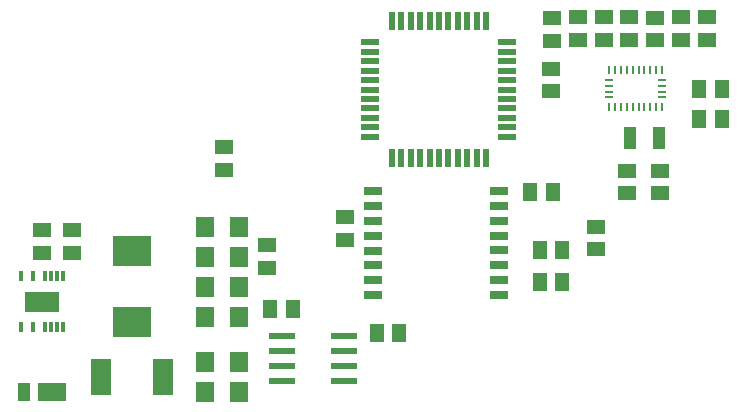
<source format=gbr>
G04 EAGLE Gerber RS-274X export*
G75*
%MOMM*%
%FSLAX34Y34*%
%LPD*%
%INSolderpaste Top*%
%IPPOS*%
%AMOC8*
5,1,8,0,0,1.08239X$1,22.5*%
G01*
%ADD10R,1.600000X1.800000*%
%ADD11R,1.500000X1.200000*%
%ADD12R,1.050000X1.500000*%
%ADD13R,2.400000X1.500000*%
%ADD14R,1.800000X3.150000*%
%ADD15R,1.500000X0.500000*%
%ADD16R,0.500000X1.500000*%
%ADD17R,3.250000X2.500000*%
%ADD18R,0.250000X0.700000*%
%ADD19R,0.700000X0.250000*%
%ADD20R,2.900000X1.700000*%
%ADD21R,0.300000X0.900000*%
%ADD22R,1.500000X1.300000*%
%ADD23R,1.300000X1.500000*%
%ADD24R,1.100000X1.900000*%
%ADD25R,1.525000X0.760000*%
%ADD26R,2.200000X0.600000*%


D10*
X244500Y127000D03*
X272500Y127000D03*
X244500Y101600D03*
X272500Y101600D03*
D11*
X106100Y218600D03*
X106100Y238600D03*
D10*
X244500Y241300D03*
X272500Y241300D03*
D12*
X90850Y101600D03*
D13*
X114600Y101600D03*
D14*
X156050Y114300D03*
X208550Y114300D03*
D15*
X384200Y397300D03*
X384200Y389300D03*
X384200Y381300D03*
X384200Y373300D03*
X384200Y365300D03*
X384200Y357300D03*
X384200Y349300D03*
X384200Y341300D03*
X384200Y333300D03*
X384200Y325300D03*
X384200Y317300D03*
D16*
X402200Y299300D03*
X410200Y299300D03*
X418200Y299300D03*
X426200Y299300D03*
X434200Y299300D03*
X442200Y299300D03*
X450200Y299300D03*
X458200Y299300D03*
X466200Y299300D03*
X474200Y299300D03*
X482200Y299300D03*
D15*
X500200Y317300D03*
X500200Y325300D03*
X500200Y333300D03*
X500200Y341300D03*
X500200Y349300D03*
X500200Y357300D03*
X500200Y365300D03*
X500200Y373300D03*
X500200Y381300D03*
X500200Y389300D03*
X500200Y397300D03*
D16*
X482200Y415300D03*
X474200Y415300D03*
X466200Y415300D03*
X458200Y415300D03*
X450200Y415300D03*
X442200Y415300D03*
X434200Y415300D03*
X426200Y415300D03*
X418200Y415300D03*
X410200Y415300D03*
X402200Y415300D03*
D17*
X182300Y160500D03*
X182300Y220500D03*
D11*
X131500Y218600D03*
X131500Y238600D03*
X296600Y225900D03*
X296600Y205900D03*
D18*
X631200Y373600D03*
X621200Y373600D03*
X611200Y373600D03*
X601200Y373600D03*
X591200Y373600D03*
D19*
X586200Y350600D03*
X586200Y360600D03*
D18*
X586200Y342600D03*
X596200Y342600D03*
X606200Y342600D03*
X616200Y342600D03*
X626200Y342600D03*
D19*
X631200Y350600D03*
X631200Y360600D03*
X631200Y355600D03*
X631200Y365600D03*
D18*
X626200Y373600D03*
X616200Y373600D03*
X606200Y373600D03*
X596200Y373600D03*
X586200Y373600D03*
D19*
X586200Y365600D03*
X586200Y355600D03*
D18*
X591200Y342600D03*
X601200Y342600D03*
X611200Y342600D03*
X621200Y342600D03*
X631200Y342600D03*
D20*
X106100Y177800D03*
D21*
X108600Y199300D03*
X108600Y156300D03*
X113600Y199300D03*
X98600Y199300D03*
X98600Y156300D03*
X113600Y156300D03*
X118600Y156300D03*
X118600Y199300D03*
X123600Y199300D03*
X88600Y199300D03*
X88600Y156300D03*
X123600Y156300D03*
D22*
X603400Y399400D03*
X603400Y418400D03*
D23*
X662700Y358100D03*
X681700Y358100D03*
X662700Y332700D03*
X681700Y332700D03*
D24*
X603700Y316300D03*
X628700Y316300D03*
D22*
X601000Y288500D03*
X601000Y269500D03*
X629500Y288500D03*
X629500Y269500D03*
X260000Y308400D03*
X260000Y289400D03*
X537000Y374800D03*
X537000Y355800D03*
X537500Y417800D03*
X537500Y398800D03*
X625000Y399200D03*
X625000Y418200D03*
X646800Y399400D03*
X646800Y418400D03*
X669200Y399400D03*
X669200Y418400D03*
X582000Y418400D03*
X582000Y399400D03*
X559600Y399400D03*
X559600Y418400D03*
D25*
X493150Y271050D03*
X386650Y271050D03*
X386650Y258550D03*
X386650Y246050D03*
X493150Y233550D03*
X386650Y196050D03*
X386650Y208550D03*
X386650Y233550D03*
X386650Y220550D03*
X493150Y221050D03*
X493150Y246050D03*
X386650Y183550D03*
X493150Y208550D03*
X493150Y258550D03*
X493150Y196050D03*
X493150Y183550D03*
D23*
X519400Y270300D03*
X538400Y270300D03*
X527400Y221300D03*
X546400Y221300D03*
X546600Y194200D03*
X527600Y194200D03*
D22*
X575200Y221900D03*
X575200Y240900D03*
X362300Y249100D03*
X362300Y230100D03*
D23*
X389400Y151400D03*
X408400Y151400D03*
D26*
X361500Y122950D03*
X309500Y122950D03*
X361500Y110250D03*
X361500Y135650D03*
X361500Y148350D03*
X309500Y110250D03*
X309500Y135650D03*
X309500Y148350D03*
D23*
X318200Y171600D03*
X299200Y171600D03*
D10*
X244500Y215900D03*
X272500Y215900D03*
X244500Y190500D03*
X272500Y190500D03*
X244500Y165100D03*
X272500Y165100D03*
M02*

</source>
